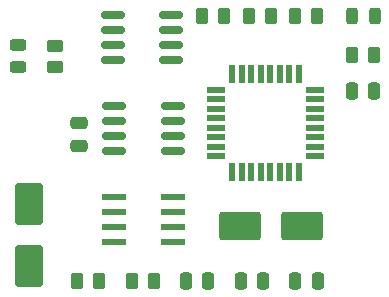
<source format=gbr>
%TF.GenerationSoftware,KiCad,Pcbnew,9.0.2*%
%TF.CreationDate,2025-09-04T16:38:10+03:00*%
%TF.ProjectId,MCU Data Logger,4d435520-4461-4746-9120-4c6f67676572,rev?*%
%TF.SameCoordinates,Original*%
%TF.FileFunction,Paste,Top*%
%TF.FilePolarity,Positive*%
%FSLAX46Y46*%
G04 Gerber Fmt 4.6, Leading zero omitted, Abs format (unit mm)*
G04 Created by KiCad (PCBNEW 9.0.2) date 2025-09-04 16:38:10*
%MOMM*%
%LPD*%
G01*
G04 APERTURE LIST*
G04 Aperture macros list*
%AMRoundRect*
0 Rectangle with rounded corners*
0 $1 Rounding radius*
0 $2 $3 $4 $5 $6 $7 $8 $9 X,Y pos of 4 corners*
0 Add a 4 corners polygon primitive as box body*
4,1,4,$2,$3,$4,$5,$6,$7,$8,$9,$2,$3,0*
0 Add four circle primitives for the rounded corners*
1,1,$1+$1,$2,$3*
1,1,$1+$1,$4,$5*
1,1,$1+$1,$6,$7*
1,1,$1+$1,$8,$9*
0 Add four rect primitives between the rounded corners*
20,1,$1+$1,$2,$3,$4,$5,0*
20,1,$1+$1,$4,$5,$6,$7,0*
20,1,$1+$1,$6,$7,$8,$9,0*
20,1,$1+$1,$8,$9,$2,$3,0*%
G04 Aperture macros list end*
%ADD10RoundRect,0.250000X0.262500X0.450000X-0.262500X0.450000X-0.262500X-0.450000X0.262500X-0.450000X0*%
%ADD11RoundRect,0.250000X-0.262500X-0.450000X0.262500X-0.450000X0.262500X0.450000X-0.262500X0.450000X0*%
%ADD12RoundRect,0.250000X-0.475000X0.250000X-0.475000X-0.250000X0.475000X-0.250000X0.475000X0.250000X0*%
%ADD13RoundRect,0.250000X0.250000X0.475000X-0.250000X0.475000X-0.250000X-0.475000X0.250000X-0.475000X0*%
%ADD14RoundRect,0.250001X0.949999X-1.499999X0.949999X1.499999X-0.949999X1.499999X-0.949999X-1.499999X0*%
%ADD15RoundRect,0.150000X-0.825000X-0.150000X0.825000X-0.150000X0.825000X0.150000X-0.825000X0.150000X0*%
%ADD16RoundRect,0.068750X-0.666250X-0.206250X0.666250X-0.206250X0.666250X0.206250X-0.666250X0.206250X0*%
%ADD17RoundRect,0.068750X-0.206250X-0.666250X0.206250X-0.666250X0.206250X0.666250X-0.206250X0.666250X0*%
%ADD18RoundRect,0.243750X-0.243750X-0.456250X0.243750X-0.456250X0.243750X0.456250X-0.243750X0.456250X0*%
%ADD19RoundRect,0.250000X-0.250000X-0.475000X0.250000X-0.475000X0.250000X0.475000X-0.250000X0.475000X0*%
%ADD20RoundRect,0.250001X1.499999X0.949999X-1.499999X0.949999X-1.499999X-0.949999X1.499999X-0.949999X0*%
%ADD21RoundRect,0.243750X-0.456250X0.243750X-0.456250X-0.243750X0.456250X-0.243750X0.456250X0.243750X0*%
%ADD22RoundRect,0.073750X-0.911250X-0.221250X0.911250X-0.221250X0.911250X0.221250X-0.911250X0.221250X0*%
%ADD23RoundRect,0.250000X0.450000X-0.262500X0.450000X0.262500X-0.450000X0.262500X-0.450000X-0.262500X0*%
G04 APERTURE END LIST*
D10*
%TO.C,R5*%
X135635500Y-57150000D03*
X133810500Y-57150000D03*
%TD*%
D11*
%TO.C,R1*%
X144375500Y-34645600D03*
X146200500Y-34645600D03*
%TD*%
D12*
%TO.C,C5*%
X133908800Y-43754001D03*
X133908800Y-45653999D03*
%TD*%
D13*
%TO.C,C1*%
X144905499Y-57150000D03*
X143005501Y-57150000D03*
%TD*%
D10*
%TO.C,R4*%
X140251800Y-57150000D03*
X138426800Y-57150000D03*
%TD*%
D14*
%TO.C,Y2*%
X129667000Y-55838401D03*
X129667000Y-50638399D03*
%TD*%
D15*
%TO.C,U1*%
X136920200Y-42281100D03*
X136920200Y-43551100D03*
X136920200Y-44821100D03*
X136920200Y-46091100D03*
X141870200Y-46091100D03*
X141870200Y-44821100D03*
X141870200Y-43551100D03*
X141870200Y-42281100D03*
%TD*%
%TO.C,U2*%
X136793200Y-34614600D03*
X136793200Y-35884600D03*
X136793200Y-37154600D03*
X136793200Y-38424600D03*
X141743200Y-38424600D03*
X141743200Y-37154600D03*
X141743200Y-35884600D03*
X141743200Y-34614600D03*
%TD*%
D16*
%TO.C,U3*%
X145563000Y-40950000D03*
X145563000Y-41750000D03*
X145563000Y-42550000D03*
X145563000Y-43350000D03*
X145563000Y-44150000D03*
X145563000Y-44950000D03*
X145563000Y-45750000D03*
X145563000Y-46550000D03*
D17*
X146933000Y-47920000D03*
X147733000Y-47920000D03*
X148533000Y-47920000D03*
X149333000Y-47920000D03*
X150133000Y-47920000D03*
X150933000Y-47920000D03*
X151733000Y-47920000D03*
X152533000Y-47920000D03*
D16*
X153903000Y-46550000D03*
X153903000Y-45750000D03*
X153903000Y-44950000D03*
X153903000Y-44150000D03*
X153903000Y-43350000D03*
X153903000Y-42550000D03*
X153903000Y-41750000D03*
X153903000Y-40950000D03*
D17*
X152533000Y-39580000D03*
X151733000Y-39580000D03*
X150933000Y-39580000D03*
X150133000Y-39580000D03*
X149333000Y-39580000D03*
X148533000Y-39580000D03*
X147733000Y-39580000D03*
X146933000Y-39580000D03*
%TD*%
D18*
%TO.C,D1*%
X157090499Y-34713000D03*
X158965501Y-34713000D03*
%TD*%
D19*
%TO.C,C3*%
X152238001Y-57150000D03*
X154137999Y-57150000D03*
%TD*%
%TO.C,C4*%
X157058001Y-40995600D03*
X158957999Y-40995600D03*
%TD*%
D11*
%TO.C,R3*%
X152249500Y-34668000D03*
X154074500Y-34668000D03*
%TD*%
D20*
%TO.C,Y1*%
X152815601Y-52425600D03*
X147615599Y-52425600D03*
%TD*%
D11*
%TO.C,R7*%
X157075500Y-37947600D03*
X158900500Y-37947600D03*
%TD*%
D10*
%TO.C,R2*%
X150162900Y-34645600D03*
X148337900Y-34645600D03*
%TD*%
D21*
%TO.C,D2*%
X128739800Y-37162499D03*
X128739800Y-39037501D03*
%TD*%
D22*
%TO.C,U4*%
X136920200Y-50012600D03*
X136920200Y-51282600D03*
X136920200Y-52552600D03*
X136920200Y-53822600D03*
X141870200Y-53822600D03*
X141870200Y-52552600D03*
X141870200Y-51282600D03*
X141870200Y-50012600D03*
%TD*%
D19*
%TO.C,C2*%
X147621801Y-57150000D03*
X149521799Y-57150000D03*
%TD*%
D23*
%TO.C,R6*%
X131876800Y-39012500D03*
X131876800Y-37187500D03*
%TD*%
M02*

</source>
